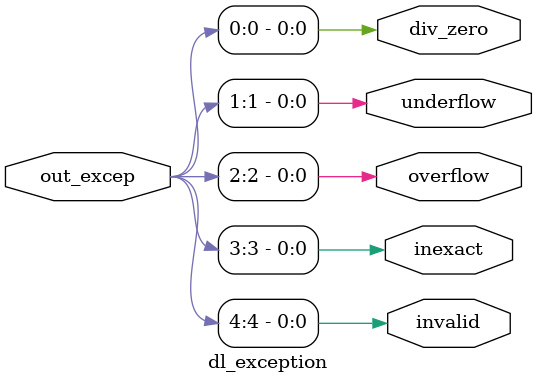
<source format=v>
module dl_floats_execution_unit(
   input wire [3:0] ena,
   input wire [2:0] rm,
   input wire [2:0] sel2, // for cmpr
   input wire op,
   input wire [1:0] sel1,
   input wire [15:0] op1, op2, op3,
   input wire [31:0] in_int,
   output reg invalid, inexact, overflow, underflow, div_by_zero,
   output reg [15:0] result,
   output reg [31:0] out_1
);

   wire [15:0] src1, src2, src3;
   assign src1 = op1;
   assign src2 = op2;
   assign src3 = op3;

   wire [19:0] out_add_sub, out_mul, out_div, out_mac, out_sqrt, out_sign, out_i2f, out_comp;
   wire [31:0] out_f2i;
   wire [19:0] out_muxed_wire;
   wire [31:0] out_1_wire;
   wire [15:0] result_wire;

   // Exception wires
   wire [4:0] exceptions1, exceptions2, exceptions3, exceptions4, exceptions5;
   wire [4:0] exceptions6, exceptions7, exceptions8, exceptions9, out_excep;
   wire invalid_wire, inexact_wire, overflow_wire, underflow_wire, div_by_zero_wire;

   (* keep_hierarchy = "yes" *) (*DO_NOT_REMOVE = "true"*)dlfloat16_add_sub add_sub(.a(src1), .b(src2), .ena(ena), .op(op), .exceptions2(exceptions2), .c_add(out_add_sub));
   (* keep_hierarchy = "yes" *) (*DO_NOT_REMOVE = "true"*)dlfloat16_mul mul(.a(src1), .b(src2), .ena(ena), .c_mul(out_mul), .exceptions1(exceptions1));
   (* keep_hierarchy = "yes" *) (*DO_NOT_REMOVE = "true"*)dlfloat16_div div(.a(src1), .b(src2), .ena(ena), .c_div(out_div), .exceptions3(exceptions3));
   (* keep_hierarchy = "yes" *) (*DO_NOT_REMOVE = "true"*)dlfloat16_sqrt sqrt(.dl_in(src1), .ena(ena), .dl_out_fin(out_sqrt), .exceptions4(exceptions4));
   (* keep_hierarchy = "yes" *) (*DO_NOT_REMOVE = "true"*)dlfloat16_mac mac(.a(src1), .b(src2), .d(src3), .c_add(out_mac), .ena(ena), .op(op), .exceptions7(exceptions7));
   (* keep_hierarchy = "yes" *) (*DO_NOT_REMOVE = "true"*)dlfloat16_sign_inv sign_inv(.in1(src1), .in2(src2), .ena(ena), .sel(sel1), .out(out_sign), .exceptions5(exceptions5));
   (* keep_hierarchy = "yes" *) (*DO_NOT_REMOVE = "true"*)int32_to_dlfloat16 i2f(.in_int(in_int), .ena(ena), .float_out1(out_i2f), .exceptions8(exceptions8));
   (* keep_hierarchy = "yes" *) (*DO_NOT_REMOVE = "true"*)dlfloat16_to_int32 f2i(.float_in(src1), .ena(ena), .int_out_fin(out_f2i), .exceptions9(exceptions9));
   (* keep_hierarchy = "yes" *) (*DO_NOT_REMOVE = "true"*)dlfloat16_comp comp(.a1(src1), .b1(src2), .ena(ena), .sel(sel2), .c_out(out_comp), .exceptions6(exceptions6));

   (* keep_hierarchy = "yes" *) (*DO_NOT_REMOVE = "true"*)excep_mux e_mux(
      .ena(ena),
      .exceptions1(exceptions1), .exceptions2(exceptions2), .exceptions3(exceptions3),
      .exceptions4(exceptions4), .exceptions5(exceptions5), .exceptions6(exceptions6),
      .exceptions7(exceptions7), .exceptions8(exceptions8), .exceptions9(exceptions9),
      .out_excep(out_excep)
   );

   (* keep_hierarchy = "yes" *) (*DO_NOT_REMOVE = "true"*)out_mux outmux(
      .ena(ena),
      .out_add_sub(out_add_sub), .out_mul(out_mul), .out_div(out_div),
      .out_mac(out_mac), .out_sqrt(out_sqrt), .out_sign(out_sign),
      .out_i2f(out_i2f), .out_comp(out_comp), .out_f2i(out_f2i),
      .out_muxed(out_muxed_wire), .out_1(out_1_wire)
   );

   (* keep_hierarchy = "yes" *) (*DO_NOT_REMOVE = "true"*)dl_exception excep(
      .out_excep(out_excep),
      .invalid(invalid_wire), .inexact(inexact_wire),
      .overflow(overflow_wire), .underflow(underflow_wire), .div_zero(div_by_zero_wire)
   );

   (* keep_hierarchy = "yes" *) (*DO_NOT_REMOVE = "true"*)dlfloat16_round round(
      .rm(rm), .ena(ena), .in(out_muxed_wire), .out(result_wire)
   );

   always @(*) begin
      result = result_wire;
      out_1 = out_1_wire;
      invalid = invalid_wire;
      inexact = inexact_wire;
      overflow = overflow_wire;
      underflow = underflow_wire;
      div_by_zero = div_by_zero_wire;
   end

endmodule



module out_mux(
     input wire [3:0] ena, 
     input wire [19:0] out_add_sub, out_mul, out_div, out_mac, out_sqrt,out_sign, out_i2f, out_comp,
     input wire [31:0] out_f2i, 
     output reg [19:0] out_muxed, 
     output reg [31:0] out_1);

  always@(*)
    begin
      if(ena == 4'b1000)
        out_1 = out_f2i;
      else begin
      case(ena)
        4'b0001: out_muxed = out_add_sub;
        4'b0010: out_muxed = out_mul;
        4'b0011: out_muxed = out_div;
        4'b0100: out_muxed = out_sqrt;
        4'b0101: out_muxed = out_sign;
        4'b0110: out_muxed = out_comp;
        4'b1001: out_muxed = out_mac;
        4'b0111: out_muxed = out_i2f;
        default: out_muxed = 20'b0;
      endcase
      end
    end
endmodule


module excep_mux(
     input wire [3:0] ena, 
     input wire [4:0] exceptions1,exceptions2, exceptions3,exceptions4 ,exceptions5,exceptions6,exceptions7,exceptions8,exceptions9, 
     output reg [4:0] out_excep);

  always@(*)
    begin
      case(ena)
        4'b0001: out_excep = exceptions2;
        4'b0010: out_excep = exceptions1;
        4'b0011: out_excep = exceptions3;
        4'b0100: out_excep = exceptions4;
        4'b0101: out_excep = exceptions5;
        4'b0110: out_excep = exceptions6;
        4'b1001: out_excep = exceptions7;
        4'b0111: out_excep = exceptions8;
        4'b1000: out_excep = exceptions9;
        default: out_excep = 5'b0;
      endcase
      end
   
endmodule

module int32_to_dlfloat16(
   input wire signed [31:0] in_int,
   input wire[3:0] ena,
   output reg [4:0] exceptions8,
   output reg [19:0] float_out1  
);
    reg [5:0] exponent;   
    reg [8:0] mantissa;    
    reg sign;             
    reg [31:0] abs_input;
    reg [15:0] float_out;
    integer i;

          

       
    always @(*) begin
        if(in_int>512) begin
            exceptions8 = 5'b01000;
        end else begin
            exceptions8 =5'b00000;
        end
        
      if(ena != 4'b0111)
        float_out = 16'b0;
      else begin
      if (in_int == 32'b0) begin
        float_out = 16'b0;
      end
      
      sign = (in_int < 0) ? 1 : 0;
        
      //determine absolute value
      abs_input = (in_int < 0) ? -in_int : in_int;
        
        // Normalize the number 
        exponent = 0;
        mantissa = 0;
        //NOTE: might get synth warnings for else block path but when i tried to add else block to exit from the loop threw synth errros
      // Find the exponent (shift the number to be in the form 1.xxxx)
       for (i = 0; i < 32 ; i = i + 1) begin
        if (abs_input >= (1 << (exponent + 1))) begin
            exponent = exponent + 1; 
        end
       end        
        // Shift the number to form the normalized mantissa
        if ( exponent <= 9) begin
          mantissa = abs_input << (9 - exponent);  // Left shift for +ve exp
           end else begin
             mantissa = abs_input >> (exponent - 9);// Right shift for -ve exp
           end

        
        //Bias the exponent 
        exponent = exponent + 31;
      
      float_out = {sign,exponent,mantissa};
      end 
      float_out1 = {float_out,4'b0000};
    end
    
endmodule

module dlfloat16_to_int32(
   input wire [3:0] ena,
   output reg [4:0] exceptions9,
   input wire[15:0] float_in,
   output reg signed [31:0] int_out_fin
);
  reg sign;
  reg [5:0] exponent;
  reg [9:0] mantissa; 
  reg signed [5:0] actual_exponent;
  reg signed [31:0] result;

  always @(*) begin
    exceptions9 = 5'b0;
	  if(ena != 4'b1000)
		  int_out_fin = 32'b0;
	  else begin
    // Extract fields
    sign = float_in[15];
    exponent = float_in[14:9];
    mantissa = {1'b1, float_in[8:0]}; 
    
    // Handle special cases
    if (exponent == 6'b000000) begin
      int_out_fin = 0;
    end  
    else if (exponent == 6'b111111) begin
      // Infinity or NaN: saturate to max 32-bit signed integer
      int_out_fin = sign ? -32'h80000000 : 32'h7FFFFFFF;
    end else begin
  
      actual_exponent = exponent - 31; // Unbias the exponent
      
      if (actual_exponent <= 9) begin
        result = {23'b0, mantissa >> ( 9 - actual_exponent)};
        end else begin
        result = mantissa << (actual_exponent - 9);
      end 
      int_out_fin = sign ? -result : result;
      // Clamp to 32-bit signed range
      if (int_out_fin > 32'h7FFFFFFF)begin 
        int_out_fin = 32'h7FFFFFFF;
      end
      if (int_out_fin > 32'h80000000)begin
         int_out_fin = 32'h80000000;
      end 
    end
  end
  end
endmodule

module dlfloat16_sqrt (
	input wire [3:0] ena,
    input  wire [15:0] dl_in,              
	output reg [19:0] dl_out_fin,         
    output reg [4:0] exceptions4  
);
    wire sign = dl_in[15];                
    wire [5:0] exp_in = dl_in[14:9] ;     
    wire [8:0] mant_in = dl_in[8:0];      

  
    reg [12:0] x, x_next=0;  // Current and next estimates for the square root of mantissa
    reg [12:0] diff;      
    reg done;              //convergence flag
    reg [12:0] remainder; 
   
    reg [9:0] mant_norm;
   
    reg [5:0] exp_out;      
    reg [12:0] mant_sqrt;    
    integer i;
    reg [5:0] ier;
	reg [19:0] dl_out;
    reg invalid, overflow, underflow, inexact;
    reg div_by_zero = 1'b0;

	 
    always @(*) begin
        mant_norm = (exp_in == 0) ? {1'b0, mant_in} : {1'b1, mant_in};
        invalid = 0;
        overflow = 0;
        underflow = 0;
        inexact = 0;
		ier = 6'b0;
        mant_sqrt = 13'b0;
        done = 0;  
        
	    if (ena!=4'b0100) 
		    dl_out = 20'b0; 
	    else begin
	    
        //special cases
        if (dl_in == 16'h0000) begin
            // Zero input
            dl_out = 20'h00000;  // Output is zero
        end
        else if (sign == 1'b1) begin
            // Negative input
            dl_out = 20'hFFFFF;  // NaN representation
            invalid = 1'b1;
        end
        else begin

          if (exp_in == 6'b0) begin//Denormalized input
                exp_out = 6'b0;  
            end
             else begin
              if(exp_in[0] ==1'b1)
                begin
                  ier = (exp_in+1);
                  mant_norm = mant_norm >>1;
                 
                end
              else
                ier = exp_in;
            end
			exp_out = (ier +31)>>1; // Add bias
            x = mant_norm;
            
          if (mant_norm == 0) begin
        mant_sqrt = 0;
          end else if (mant_norm == 1) begin
        mant_sqrt = 1;end
        else begin
         for (i = 0; i < 8 && !done; i = i + 1) begin
           x_next = (x + ((mant_norm) / x)) >> 1; // New estimate= average of x and num/x
            diff = (x > x_next) ? (x - x_next) : (x_next - x); 

            if (diff <= 1) begin
                done = 1; 
            end
        
            x = x_next; 
        end
        

           mant_sqrt = x<<9;
          
            remainder = mant_norm - (x * x); //remainder calculated for better approximation
            
            if (remainder >= (2 * x )) begin // round up if remainder is large
            mant_sqrt = mant_sqrt + 1;
        end
            
            // Check for inexact result
            if (mant_sqrt * mant_sqrt != (mant_norm << 3)) begin
                inexact = 1'b1;
            end

            // Check for overflow and underflow
            if (exp_out > 6'b111110) begin
                overflow = 1'b1;
                dl_out = 20'h7DFE0;  
            end else if (exp_out == 6'b0 && mant_sqrt == 13'b0) begin
                underflow = 1'b1;
                dl_out = 20'h00000;  
            end else begin
            
               dl_out = {1'b0, exp_out, mant_sqrt};
           
            end
            dl_out_fin = dl_out;
		exceptions4 = {invalid, inexact, overflow, underflow, div_by_zero};
        end
	end
	end
	end
endmodule


module dlfloat16_sign_inv (
   input wire [15:0] in1, 
   input wire [15:0] in2,  
   input wire[1:0] sel,
   output reg [19:0] out,
   output reg [4:0] exceptions5,
   input wire [3:0] ena
);
 reg [19:0] out_comb;
 wire [14:0] not_used;
 
  assign not_used = in1[14:0];
		
  always @(*) begin
    
	exceptions5 = 5'b0;    
	  if(ena !=4'b0101)
		  out_comb = 16'b0;
	  else begin
    case (sel)
      2'b00: out_comb = {~in1[15], in2[14:0]}; // invert
      2'b01: out_comb = {in1[15], in2[14:0]};  // sign injection normalized
      2'b10: out_comb = {~in1[15], in2[14:0]}; // sign injection inverse
      2'b11: out_comb = {in1[15] ^ in2[15], in2[14:0]}; // sign injection xor
      default: out_comb = 16'h0000;
    endcase
  end
  out = {out_comb,4'b0000};
  end


endmodule


module dlfloat16_round ( 
      input [19:0] in, 
      input [3:0] ena,
      input [2:0] rm,
      output reg [15:0] out);
  
  reg G_bit,R_bit, S1_bit , S2_bit, S_bit;
  reg [15:0]out1;
  reg sign;
  reg [5:0] exp;
  reg [9:0] mant1;
  reg [8:0] mant;
  reg [2:0] rm1;
  reg [19:0] in1;

    always@(*) begin
      in1 = in [19:0];
      G_bit  = in1[3];
      R_bit  = in1[2];
      S1_bit = in1[1];
      S2_bit = in1[0];
      mant1  = {1'b0, in1[12:4]};
      exp    = in1[18:13];
      sign   = in1[19];
      rm1    = rm;
      S_bit  = S1_bit | S2_bit;
      
      case(rm) 
        //ROUND TO NEAREST,TIES TO EVEN
        3'b000: begin
          if(!G_bit) begin
            mant = mant1[8:0];//no rounding
          end
          else begin
            if ( R_bit + S_bit) begin
              if(in1[4])begin //if lsb of mant is 1 add 1 and change exp accordingly
                mant1 = mant1 + 1;
                mant = mant1[8:0];
                exp = mant1[9]? exp+1'b1: exp;
              end
              else begin
                mant = mant1[8:0];//if lsb is zero leave it as it is
              end
            end
            else begin //if R+S is zero add 1 to mant
                mant1 = mant1 + 1;
                mant = mant1[8:0];
                exp = mant1[9]? exp+1'b1: exp;
            end
          end//else block
        end//case block
        
        
        //ROUND TO ZERO
        3'b001: begin 
          mant = mant1[8:0];//truncate GRS bits and leave it 
        end  
        
       //ROUND UP  
        3'b010: begin
          if (G_bit + R_bit + S_bit) begin
            if(!sign)begin //add 1 to mant if num is +ve
                mant1 = mant1 + 1;
                mant = mant1[8:0];
                exp = mant1[9]? exp+1'b1: exp;
            end
            else begin //nothing if num is -ve
              mant = mant1[8:0];
            end
          end
          else begin //if g+r+s is zero no rounding
            mant = mant1[8:0];
          end
       end//case block
        
        //ROUND DOWN
        3'b011: begin
           if (G_bit + R_bit + S_bit) begin
             if(sign)begin //add 1 to mant if num is -ve
                mant1 = mant1 + 1;
                mant = mant1[8:0];
                exp = mant1[9]? exp+1'b1: exp;
             end
            else begin //nothing if num is +ve
              mant = mant1[8:0];
            end
          end
          else begin //if g+r+s is zero no rounding
            mant = mant1[8:0];
          end
          
        end//case block
        
        default: rm1 = 3'b0;
            
      endcase
       
      out1 = {sign,exp,mant}; 
      if(ena !=4'b1000) begin
      out = out1; 
      end
      else begin
        out = in;
      end 
    end
  
endmodule  
      
    
// Code your design here
module dlfloat16_mul(a,b,ena,c_mul,exceptions1);
  input wire [15:0]a,b;
  input wire [3:0] ena;
  output  reg [19:0] c_mul;
  output reg [4:0] exceptions1;
    
    reg [9:0]ma,mb; //1 extra because 1.smthng
    reg [12:0] mant;
    reg [19:0]m_temp; //after multiplication
    reg [5:0] ea,eb,e_temp,exp;
    reg sa,sb,s;
	reg invalid, inexact, overflow, underflow, div_zero;


		 	
  always@(*) begin
  //  exceptions = {invalid, inexact, overflow, underflow, div_zero}; 
    invalid =1'b0;
	    inexact = 1'b0;
	    overflow = 1'b0;
	    underflow = 1'b0;
	    div_zero = 1'b0;
	    exceptions1=5'b00000;
        ma ={1'b1,a[8:0]};
        mb= {1'b1,b[8:0]};
        sa = a[15];
        sb = b[15];
        ea = a[14:9];
        eb = b[14:9];
  	    
       //to avoid latch inference
  	e_temp = 6'b0;
  	m_temp = 20'b0;
  	mant=9'b0;
  	exp= 6'b0;
  	s=0;
	  if(ena !=4'b0010)
		  c_mul =20'b0;
	  else begin

		  
  	//checking for underflow/overflow
    if (  (ea + eb) <= 31 ) begin
      underflow = 1'b1;
  		c_mul=16'b0;//pushing to zero on underflow
  	end
    else if ( (ea + eb) > 94) begin
      overflow = 1'b1;
      if( (sa ^ sb) ) begin
          c_mul=16'hFDFE;//pushing to largest -ve number on overflow
        end
      else begin
          c_mul=16'h7DFE;//pushing to largest +ve number on overflow
      end
    end
        
  	else if ( (ea + eb) == 94 ) begin
      invalid = 1'b1;
		c_mul=16'hFFFF;//pushing to inf if exp is all ones
 	end
        else begin	
        e_temp = ea + eb - 31;
        m_temp = ma * mb;
		
          mant = m_temp[19] ? m_temp[18:6] : m_temp[17:5];
        exp = m_temp[19] ? e_temp+1'b1 : e_temp;	
        s=sa ^ sb;
		
 	//checking for special cases	
         if( a==16'hFFFF | b==16'hFFFF ) begin
            c_mul =16'hFFFF;
         end
        else begin
           c_mul = (a==0 | b==0) ? 0 :{s,exp,mant};
         end 
 	end 
	  if(c_mul[19:15] != 4'b0000)
      inexact = 1'b1;
    end 
    exceptions1 = {invalid, inexact, overflow, underflow, div_zero}; 
//    $display("exceptions in mul =%b",exceptions1);
  end
	wire _unused = &{m_temp[8:0], 9'b0};
	
endmodule 


// Code your design here
module dlfloat16_mac(a,b,d,c_add,ena,op,exceptions7);
	input wire op; 
	input wire [3:0] ena;
    input wire [15:0]a,b,d;
	output reg [19:0] c_add;
	wire [19:0] c_add_wire;
    output reg [4:0] exceptions7;
    wire [4:0] exceptions7_wire;
    wire [15:0] c_mul1;
    reg [19:0] c_mac;
    wire [4:0] excep;
    wire oper =op;
 
 	fpmac_mult mul(.a(a),.b(b),.c_mul1(c_mul1),.ena(ena));
	fpmac_adder add(.a1(c_mul1),.b1(d),.c_add(c_add_wire),.oper(oper),.exceptions7(exceptions7_wire));

    always @(*) begin
        c_add = c_add_wire;
        exceptions7 = exceptions7_wire;
    end

endmodule
  
module fpmac_mult(a,b,c_mul1,ena);
    input wire [15:0]a,b;
    output  reg [15:0] c_mul1;
	input wire [3:0] ena;  
    reg [9:0]ma,mb; //1 extra because 1.smthng
    reg [8:0] mant;
    reg [19:0]m_temp; //after multiplication
    reg [5:0] ea,eb,e_temp,exp;
    reg sa,sb,s;
  	
  always@(*) begin
	  if(ena !=4'b1001)
		  c_mul1 = 16'b0;
	  else begin
        ma ={1'b1,a[8:0]};
        mb= {1'b1,b[8:0]};
        sa = a[15];
        sb = b[15];
        ea = a[14:9];
        eb = b[14:9];
       //to avoid latch inference
  	e_temp = 6'b0;
  	m_temp = 20'b0;
  	mant=9'b0;
  	exp= 6'b0;
  	s=0;
  	
  	//checking for underflow/overflow
    if (  (ea + eb) <= 31 ) begin
  		c_mul1=16'b0;//pushing to zero on underflow
  	end
    else if ( (ea + eb) > 94) begin
      if( (sa ^ sb) ) begin
          c_mul1=16'hFDFE;//pushing to largest -ve number on overflow
        end
      else begin
          c_mul1=16'h7DFE;//pushing to largest +ve number on overflow
      end
    end
        
  	else if ( (ea + eb) == 94 ) begin
		c_mul1=16'hFFFF;//pushing to inf if exp is all ones
 	end
        else begin	
        e_temp = ea + eb - 31;
        m_temp = ma * mb;
		
        mant = m_temp[19] ? m_temp[18:10] : m_temp[17:9];
        exp = m_temp[19] ? e_temp+1'b1 : e_temp;	
        s=sa ^ sb;
		
 	//checking for special cases	
         if( a==16'hFFFF | b==16'hFFFF ) begin
            c_mul1 =16'hFFFF;
         end
        else begin
           c_mul1 = (a==0 | b==0) ? 0 :{s,exp,mant};
         end 
 	end 
	  end
    end 
	wire _unused = &{m_temp[8:0], 9'b0};
endmodule 
 
module fpmac_adder(a1,b1,c_add,oper,exceptions7);
   
   	 input wire [15:0] a1;
   	 input wire [15:0] b1;
   	 output reg [19:0] c_add;
   	 input wire oper;
   	output reg [4:0] exceptions7;
    reg    [5:0] Num_shift_80; 
    reg    [5:0]  Larger_exp_80,Final_expo_80;
    reg    [9:0] Small_exp_mantissa_80,S_mantissa_80,L_mantissa_80,Large_mantissa_80;
    reg    [12:0] Final_mant_80;
    reg    [10:0] Add_mant_80,Add1_mant_80;
    reg    [5:0]  e1_80,e2_80;
    reg    [8:0] m1_80,m2_80;
    reg          s1_80,s2_80,Final_sign_80;
    reg    [8:0]  renorm_shift_80;
    reg signed [5:0] renorm_exp_80;
    reg signed [5:0] larger_expo_neg;
    reg invalid, inexact, overflow, underflow, div_zero;
    
    always@(*) begin

	    invalid =1'b0;
	    inexact = 1'b0;
	    overflow = 1'b0;
	    underflow = 1'b0;
	    div_zero = 1'b0;
        //stage 1
     	     e1_80 = a1[14:9];
    	     e2_80 = b1[14:9];
             m1_80 = a1[8:0];
     	     m2_80 = b1[8:0];
             s1_80 = a1[15];
           begin
           if(oper) begin
             s2_80 = ~b1[15]; //for subtraction op will be 1
           end
           else begin
              s2_80 = b1[15];
            end
        
	       Num_shift_80=6'b0;
	  
           if (e1_80  > e2_80) begin
              Num_shift_80           = e1_80 - e2_80;
              Larger_exp_80          = e1_80;                     
              Small_exp_mantissa_80  = {1'b1,m2_80};
              Large_mantissa_80      = {1'b1,m1_80};
           end
        
           else begin
             Num_shift_80           = e2_80 - e1_80;
             Larger_exp_80          = e2_80;
             Small_exp_mantissa_80  = {1'b1,m1_80};
             Large_mantissa_80      = {1'b1,m2_80};
           end
        
	    if (e1_80 == 0 | e2_80 ==0) begin
	        Num_shift_80 = 0;
	       Small_exp_mantissa_80 = 10'd512; //to avoid subnormal mantissa to be greater than normal mantissa pushing it to all zeros and leading 1      
	    end
	    else begin
	        Num_shift_80 = Num_shift_80;
	    end
            
            
           //stage 2 
           //shift and append smaller mantissa
	    Small_exp_mantissa_80  = (Small_exp_mantissa_80 >> Num_shift_80);
              
           //stage 3
           //add the mantissas
                                                    
            if (Small_exp_mantissa_80  < Large_mantissa_80) begin
		   S_mantissa_80 = Small_exp_mantissa_80;
	    	   L_mantissa_80 = Large_mantissa_80;
            end
            else begin
			
		   S_mantissa_80 = Large_mantissa_80;
		   L_mantissa_80 = Small_exp_mantissa_80;
            end       
                       
            Add_mant_80=11'b0;
	
	    if (e1_80!=0 & e2_80!=0) begin
		   if (s1_80 == s2_80) begin
        		Add_mant_80 = S_mantissa_80 + L_mantissa_80;
		    end else begin
			   Add_mant_80 = L_mantissa_80 - S_mantissa_80;
		    end
	    end	
 	    else begin
		    Add_mant_80 ={1'b0, L_mantissa_80};
	    end
      
	   //renormalization for mantissa and exponent
           //stage 4
	   //to avoid latch inference
	   renorm_exp_80=6'd0;
	   renorm_shift_80=9'd0;
	   Add1_mant_80=Add1_mant_80;
	   
           if (Add_mant_80[10] ) begin
		   Add1_mant_80= Add_mant_80 << 1;
		   renorm_exp_80 = 6'd1;
	   end
           else begin 
              if (Add_mant_80[9])begin
	   	     renorm_shift_80 = 0;
	   	     renorm_exp_80 = 0;		
	      end
              else if (Add_mant_80[8])begin
	   	     renorm_shift_80 = 9'd1; 
	   	     renorm_exp_80 = -1;
	      end 
              else if (Add_mant_80[7])begin
	      	      renorm_shift_80 = 9'd2; 
	      	      renorm_exp_80 = -2;		
	      end  
              else if (Add_mant_80[6])begin
	    	      renorm_shift_80 = 9'd3; 
	    	      renorm_exp_80 = -3;		
	      end
              else if (Add_mant_80[5])begin
	    	      renorm_shift_80 = 9'd4; 
	   	      renorm_exp_80 = -4;		
	      end
              else if (Add_mant_80[4])begin
	    	      renorm_shift_80 = 9'd5; 
	    	      renorm_exp_80 = -5;		
	      end
              else if (Add_mant_80[3])begin
	   	      renorm_shift_80 = 9'd6; 
	   	      renorm_exp_80 = -6;		
	      end
              else if (Add_mant_80[2])begin
	   	      renorm_shift_80 = 9'd7; 
	   	      renorm_exp_80 = -7;		
	       end
              else if (Add_mant_80[1])begin
	   	      renorm_shift_80 = 9'd8; 
	    	      renorm_exp_80 = -8;		
	      end
              else if (Add_mant_80[0])begin
	    	      renorm_shift_80 = 9'd9; 
	    	      renorm_exp_80 = -9;		
	      end
	      else begin
		      renorm_exp_80=6'd0;
	              renorm_shift_80=9'd0;
	              Add1_mant_80=Add1_mant_80;
	      end
	  	   
              Add1_mant_80 = Add_mant_80 << renorm_shift_80;
            
          end

          Final_expo_80 = 6'd0;//to avoid latch inference
	      Final_mant_80 = 9'd0;//to avoid latch inference  
	      Final_sign_80=0;//to avoid latch inference 
          larger_expo_neg = -Larger_exp_80;
      
        //calculating final sign	   
	       if (s1_80 == s2_80) begin
		     Final_sign_80 = s1_80;
	       end 
	       else begin   //if sign is different
	          if (e1_80 > e2_80) begin
	       	     Final_sign_80 = s1_80;	
	          end 
	          else if (e2_80 > e1_80) begin
		     Final_sign_80 = s2_80;
	          end
	       
	          else begin
                     if (m1_80 > m2_80) begin
			            Final_sign_80 = s1_80;		
		             end
		            else if (m1_80 < m2_80) begin
			           Final_sign_80 = s2_80;
		            end
		           else begin
		              Final_sign_80 = 0;
		           end	  
                 end
	       end
      
         
           //checking for overflow/underflow
           if(  Larger_exp_80 == 63 & renorm_exp_80 == 1) begin //overflow
		   overflow = 1'b1;
             if (  Final_sign_80 ) begin
                c_add=16'hFDFE;//largest -ve value
		     
             end
             else begin
               c_add=16'h7DFE;//largest +ve value
             end
  
           end
           else if ((Larger_exp_80 >= 1) & (Larger_exp_80 <= 8) & (renorm_exp_80 <  larger_expo_neg)) begin //underflow
		   underflow = 1'b1;
             if (  Final_sign_80 ) begin
               c_add=16'h8201;//smallest -ve value
               end
             else begin
               c_add=16'd513;//smallest +ve value
             end
            end 
           else begin
      	   
               Final_expo_80 =  Larger_exp_80 + renorm_exp_80;
      
      	       if(Final_expo_80 == 6'b0) begin
		       underflow =1'b1;
                     c_add=16'b0;
               end
               else if( Final_expo_80 == 63) begin
                     c_add=16'hFFFF;
               end      

             Final_mant_80 = {Add1_mant_80,2'b00}; 
	        Final_mant_80=Final_mant_80<<2;
               //checking for special cases
               if( a1==16'hFFFF | b1==16'hFFFF) begin  
                 c_add = 16'hFFFF;
               end
               else begin
                 c_add = (a1==0 & b1==0)?0:{Final_sign_80,Final_expo_80,Final_mant_80};
               end 
           end//for overflow/underflow 
	    if (c_add[19:15] != 4'b0000)
		    inexact = 1'b1;
	    end
	    exceptions7= {invalid, inexact, overflow, underflow, div_zero};

  end //for always block 
endmodule



module dlfloat16_div(
    input wire [3:0] ena,
    input wire [15:0] a, b,
    output reg [19:0] c_div,         // 1-bit sign, 6-bit exponent, 13-bit mantissa
    output reg [4:0] exceptions3
);
    reg [9:0] ma, mb;       
    reg [12:0] mant;        
    reg [23:0] m_temp;     
    reg [5:0] ea, eb, e_temp, exp;
    reg sa, sb, s;     
    reg div_by_zero, underflow, overflow, inexact, invalid;

            

    always @(*) begin
     
        ma = {1'b1, a[8:0]}; 
        mb = {1'b1, b[8:0]}; 
        sa = a[15];
        sb = b[15];
        ea = a[14:9];
        eb = b[14:9];

        e_temp = 6'b0;
        m_temp = 16'b0;
        mant = 13'b0;
        exp = 6'b0;
        s = 0;
        c_div = 20'b0; 
        div_by_zero = 1'b0;
        underflow = 1'b0;
        overflow = 1'b0;
        inexact = 1'b0;
        invalid = 1'b0;
        if(ena != 4'b0011)
            c_div = 20'b0;
        else begin
        // Special Cases
      if(( b == 16'b0 || b==16'b1000000000000000) &&(a==16'b0 || a==16'b1000000000000000))
            begin
              c_div = {sa ^sb,15'b111111111111111,4'b0};
              invalid = 1'b1;
            end
      
       else if (b == 16'b0 || b == 16'b1000000000000000) begin
            
            div_by_zero = 1'b1;
            c_div = {sa ^ sb, 6'b111111, 13'b0};
        end else if (a == 16'hfe00 || a == 16'h7e00) begin
            
          if (b == 16'hFe00 || b == 16'h7e00) begin
                
                invalid = 1'b1;
            c_div = {sa ^sb,15'b111111111111111,4'b0}; 
            end else begin
               
                c_div = {sa ^ sb, 6'b111111, 13'b0}; 
            end
        end else if (b == 16'hfe00 || b == 16'h7e00) begin
           
            c_div = {sa ^ sb, 19'b0};
        end else if (a == 16'b0 || a == 16'b1000000000000000) begin
            
          
            c_div = {sa ^ sb, 19'b0};
        end else begin
            
          e_temp = 31-(eb-ea);
          m_temp = (ma<<13) / mb; 
          if (m_temp[13]) begin
            mant = m_temp[12:0]; 
                exp = e_temp;
            end else begin
              mant = m_temp[11:0]<<1; 
              exp = e_temp -1'b1;
            end
            s = sa ^ sb;

            
          if (m_temp[3:0] != 4'b0) begin
                inexact = 1'b1;
            end

            // Check for underflow/overflow
            if (exp < 0) begin
                underflow = 1'b1;
                c_div = 20'b0; 
            end else if (exp > 63) begin
                overflow = 1'b1;
                c_div = s ? 20'hFDFE0 : 20'h7DFE0; 
            end else begin
                c_div = {s, exp, mant};
            end
            end
        exceptions3 = {invalid, inexact, overflow, underflow, div_by_zero};
        
        end
    end
endmodule


       
          

module dlfloat16_comp (
   input wire [15:0] a1,
   input wire [15:0] b1,
   input wire [2:0] sel,
   input wire [3:0] ena,
   output reg [4:0] exceptions6,
   output reg [19:0] c_out
);
  reg s1, s2;
  reg [5:0] exp1, exp2;
  reg [8:0] mant1, mant2;
  reg lt, gt, eq;
  reg [19:0] c_1;
  reg invalid, inexact, overflow, underflow, div_zero;

  always @(*) begin

     invalid =1'b0;
	    inexact = 1'b0;
	    overflow = 1'b0;
	    underflow = 1'b0;
	    div_zero = 1'b0;
	  if(ena != 4'b0110)
		  c_1 =20'b0;
	  else begin
    // Extract fields
    s1 = a1[15];
    s2 = b1[15];
    exp1 = a1[14:9];
    exp2 = b1[14:9];
    mant1 = a1[8:0];
    mant2 = b1[8:0];
    lt = 0;
    gt = 0;
    eq = 0;
    c_1 = 20'h00000;
  
    
    // Compare logic
    if (s1 != s2) begin
      if (s1) begin
        lt = 1;
      end else begin
        gt = 1;
      end
    end 
    else begin
      if (exp1 > exp2) begin
        gt = !s1;
        lt = s1;
      end else if (exp1 < exp2) begin
        lt = !s1;
        gt = s1;
      end else begin
        if (mant1 > mant2) begin
          gt = !s1;
          lt = s1;
        end else if (mant1 < mant2) begin
          lt = !s1;
          gt = s1;
        end else begin
          eq = 1;
        end
      end
    end
    // Generate output based on opcode
    case (sel)
      3'b001: c_1[19:4] = (lt ==1'b1)?a1:b1;//min
      3'b010: c_1[19:4]  = (gt ==1'b1)?a1:b1;//max
      3'b011: c_1[19:4]  = {16{eq}};//set eq
      3'b100: c_1[19:4]  = {16{lt}};//set less than
      3'b101: c_1[19:4]  = (lt ==1'b1 || eq ==1'b1)?20'hffff0:20'h00000;//set less than equal
      default: c_1 = 20'b0;

    endcase

    if (c_1 == 20'h00000)
      underflow =1'b1;
    if(c_1 == 20'hffff0)
      overflow = 1'b1;
  end
      c_out = {c_1};
	exceptions6 = {invalid, inexact, overflow, underflow, div_zero};
  end


endmodule


module dlfloat16_add_sub(
     input wire [15:0] a,
     input wire [15:0] b,
     input wire op,
     input wire [3:0] ena, 
     output reg [19:0] c_add, 
     output reg [4:0] exceptions2
    );

    reg    [5:0] Num_shift_80; 
    reg    [5:0]  Larger_exp_80,Final_expo_80;
    reg    [9:0] Small_exp_mantissa_80,S_mantissa_80,L_mantissa_80,Large_mantissa_80;
    reg    [12:0] Final_mant_80;
    reg    [10:0] Add_mant_80,Add1_mant_80;
    reg    [5:0]  e1_80,e2_80;
    reg    [8:0] m1_80,m2_80;
    reg          s1_80,s2_80,Final_sign_80;
    reg    [8:0]  renorm_shift_80;
    reg signed [5:0] renorm_exp_80;
    reg signed [5:0] larger_expo_neg;
    reg invalid, inexact, overflow, underflow, div_zero;


		

    always@(*) begin
		exceptions2 = {invalid, inexact, overflow, underflow, div_zero};
	    invalid =1'b0;
	    inexact = 1'b0;
	    overflow = 1'b0;
	    underflow = 1'b0;
	    div_zero = 1'b0;
        //stage 1
     	     e1_80 = a[14:9];
    	     e2_80 = b[14:9];
             m1_80 = a[8:0];
     	     m2_80 = b[8:0];
             s1_80 = a[15];
	    if(ena != 4'b0001)
		    c_add = 20'b0;
	    else begin
           if(op) begin
             s2_80 = ~b[15]; //for subtraction op will be 1
           end
           else begin
              s2_80 = b[15];
            end
        
	       Num_shift_80=6'b0;
	  
           if (e1_80  > e2_80) begin
              Num_shift_80           = e1_80 - e2_80;
              Larger_exp_80          = e1_80;                     
              Small_exp_mantissa_80  = {1'b1,m2_80};
              Large_mantissa_80      = {1'b1,m1_80};
           end
        
           else begin
             Num_shift_80           = e2_80 - e1_80;
             Larger_exp_80          = e2_80;
             Small_exp_mantissa_80  = {1'b1,m1_80};
             Large_mantissa_80      = {1'b1,m2_80};
           end
        
	    if (e1_80 == 0 | e2_80 ==0) begin
	        Num_shift_80 = 0;
	       Small_exp_mantissa_80 = 10'd512; //to avoid subnormal mantissa to be greater than normal mantissa pushing it to all zeros and leading 1      
	    end
	    else begin
	        Num_shift_80 = Num_shift_80;
	    end
            
            
           //stage 2 
           //shift and append smaller mantissa
	    Small_exp_mantissa_80  = (Small_exp_mantissa_80 >> Num_shift_80);
              
           //stage 3
           //add the mantissas
                                                    
            if (Small_exp_mantissa_80  < Large_mantissa_80) begin
		   S_mantissa_80 = Small_exp_mantissa_80;
	    	   L_mantissa_80 = Large_mantissa_80;
            end
            else begin
			
		   S_mantissa_80 = Large_mantissa_80;
		   L_mantissa_80 = Small_exp_mantissa_80;
            end       
                       
            Add_mant_80=11'b0;
	
	    if (e1_80!=0 & e2_80!=0) begin
		   if (s1_80 == s2_80) begin
        		Add_mant_80 = S_mantissa_80 + L_mantissa_80;
		    end else begin
			   Add_mant_80 = L_mantissa_80 - S_mantissa_80;
		    end
	    end	
 	    else begin
		    Add_mant_80 ={1'b0, L_mantissa_80};
	    end
      
	   //renormalization for mantissa and exponent
           //stage 4
	   //to avoid latch inference
	   renorm_exp_80=6'd0;
	   renorm_shift_80=9'd0;
	   Add1_mant_80=Add1_mant_80;
	   
           if (Add_mant_80[10] ) begin
		   Add1_mant_80= Add_mant_80 << 1;
		   renorm_exp_80 = 6'd1;
	   end
           else begin 
              if (Add_mant_80[9])begin
	   	     renorm_shift_80 = 0;
	   	     renorm_exp_80 = 0;		
	      end
              else if (Add_mant_80[8])begin
	   	     renorm_shift_80 = 9'd1; 
	   	     renorm_exp_80 = -1;
	      end 
              else if (Add_mant_80[7])begin
	      	      renorm_shift_80 = 9'd2; 
	      	      renorm_exp_80 = -2;		
	      end  
              else if (Add_mant_80[6])begin
	    	      renorm_shift_80 = 9'd3; 
	    	      renorm_exp_80 = -3;		
	      end
              else if (Add_mant_80[5])begin
	    	      renorm_shift_80 = 9'd4; 
	   	      renorm_exp_80 = -4;		
	      end
              else if (Add_mant_80[4])begin
	    	      renorm_shift_80 = 9'd5; 
	    	      renorm_exp_80 = -5;		
	      end
              else if (Add_mant_80[3])begin
	   	      renorm_shift_80 = 9'd6; 
	   	      renorm_exp_80 = -6;		
	      end
              else if (Add_mant_80[2])begin
	   	      renorm_shift_80 = 9'd7; 
	   	      renorm_exp_80 = -7;		
	       end
              else if (Add_mant_80[1])begin
	   	      renorm_shift_80 = 9'd8; 
	    	      renorm_exp_80 = -8;		
	      end
              else if (Add_mant_80[0])begin
	    	      renorm_shift_80 = 9'd9; 
	    	      renorm_exp_80 = -9;		
	      end
	      else begin
		      renorm_exp_80=6'd0;
	              renorm_shift_80=9'd0;
	              Add1_mant_80=Add1_mant_80;
	      end
	  	   
              Add1_mant_80 = Add_mant_80 << renorm_shift_80;
            
          end

          Final_expo_80 = 6'd0;//to avoid latch inference
	      Final_mant_80 = 9'd0;//to avoid latch inference  
	      Final_sign_80=0;//to avoid latch inference 
          larger_expo_neg = -Larger_exp_80;
      
        //calculating final sign	   
	       if (s1_80 == s2_80) begin
		     Final_sign_80 = s1_80;
	       end 
	       else begin   //if sign is different
	          if (e1_80 > e2_80) begin
	       	     Final_sign_80 = s1_80;	
	          end 
	          else if (e2_80 > e1_80) begin
		     Final_sign_80 = s2_80;
	          end
	       
	          else begin
                     if (m1_80 > m2_80) begin
			            Final_sign_80 = s1_80;		
		             end
		            else if (m1_80 < m2_80) begin
			           Final_sign_80 = s2_80;
		            end
		           else begin
		              Final_sign_80 = 0;
		           end	  
                 end
	       end
      
         
           //checking for overflow/underflow
           if(  Larger_exp_80 == 63 & renorm_exp_80 == 1) begin //overflow
		   overflow = 1'b1;
             if (  Final_sign_80 ) begin
                c_add=16'hFDFE;//largest -ve value
		     
             end
             else begin
               c_add=16'h7DFE;//largest +ve value
             end
  
           end
           else if ((Larger_exp_80 >= 1) & (Larger_exp_80 <= 8) & (renorm_exp_80 <  larger_expo_neg)) begin //underflow
		   underflow = 1'b1;
             if (  Final_sign_80 ) begin
               c_add=16'h8201;//smallest -ve value
               end
             else begin
               c_add=16'd513;//smallest +ve value
             end
            end 
           else begin
      	   
               Final_expo_80 =  Larger_exp_80 + renorm_exp_80;
      
      	       if(Final_expo_80 == 6'b0) begin
		       underflow =1'b1;
                     c_add=16'b0;
               end
               else if( Final_expo_80 == 63) begin
                     c_add=16'hFFFF;
               end      
	      
             Final_mant_80 = {Add1_mant_80,2'b00}; 
	        Final_mant_80=Final_mant_80<<2;
               //checking for special cases
               if( a==16'hFFFF | b==16'hFFFF) begin  
                 c_add = 16'hFFFF;
               end
               else begin
                 c_add = (a==0 & b==0)?0:{Final_sign_80,Final_expo_80,Final_mant_80};
               end 
           end//for overflow/underflow 
	    if (c_add[19:15] != 4'b0000)
		    inexact = 1'b1;
	    end
  end //for always block 
endmodule


module dl_exception(
   input wire [4:0] out_excep,
   output reg invalid, inexact, overflow, underflow, div_zero);
  
  always@(*)
  begin
    div_zero = out_excep[0];
    underflow =  out_excep[1];
    overflow =  out_excep[2];
    inexact =  out_excep[3]; 
    invalid =  out_excep[4];
  end
endmodule
</source>
